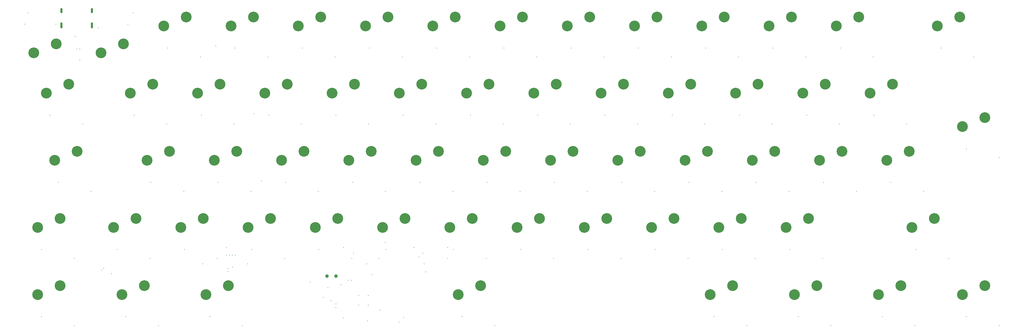
<source format=gbr>
%TF.GenerationSoftware,KiCad,Pcbnew,8.0.3*%
%TF.CreationDate,2024-10-13T01:02:06+08:00*%
%TF.ProjectId,PH60_Rev3,50483630-5f52-4657-9633-2e6b69636164,rev?*%
%TF.SameCoordinates,Original*%
%TF.FileFunction,Plated,1,2,PTH,Mixed*%
%TF.FilePolarity,Positive*%
%FSLAX46Y46*%
G04 Gerber Fmt 4.6, Leading zero omitted, Abs format (unit mm)*
G04 Created by KiCad (PCBNEW 8.0.3) date 2024-10-13 01:02:06*
%MOMM*%
%LPD*%
G01*
G04 APERTURE LIST*
%TA.AperFunction,ComponentDrill*%
%ADD10C,0.200000*%
%TD*%
%TA.AperFunction,ViaDrill*%
%ADD11C,0.300000*%
%TD*%
G04 aperture for slot hole*
%TA.AperFunction,ComponentDrill*%
%ADD12C,0.600000*%
%TD*%
%TA.AperFunction,ComponentDrill*%
%ADD13C,1.000000*%
%TD*%
%TA.AperFunction,ComponentDrill*%
%ADD14C,3.050000*%
%TD*%
G04 APERTURE END LIST*
D10*
%TO.C,U3*%
X127550000Y-112050000D03*
X127550000Y-114750000D03*
X130250000Y-112050000D03*
X130250000Y-114750000D03*
%TD*%
D11*
X33020000Y-35070000D03*
X33875000Y-31850000D03*
X37756250Y-99000000D03*
X37756250Y-118050000D03*
X40137500Y-60900000D03*
X41825000Y-35075000D03*
X42518750Y-79950000D03*
X47041250Y-101500000D03*
X47041250Y-120550000D03*
X47299999Y-38575000D03*
X47700000Y-42075000D03*
X48550000Y-42075000D03*
X48577767Y-45244495D03*
X49422500Y-63400000D03*
X51803750Y-82450000D03*
X53825000Y-36075000D03*
X54774479Y-104875521D03*
X55375521Y-104274479D03*
X57502500Y-105850000D03*
X59187500Y-99000000D03*
X61568750Y-118050000D03*
X62230000Y-35070000D03*
X63710000Y-31850000D03*
X63950000Y-60900000D03*
X68472500Y-101500000D03*
X68712500Y-79950000D03*
X70853750Y-120550000D03*
X73235000Y-63400000D03*
X73475000Y-41850000D03*
X77997500Y-82450000D03*
X78237500Y-99000000D03*
X82760000Y-44350000D03*
X83000000Y-60900000D03*
X83325000Y-103075000D03*
X85381250Y-118050000D03*
X87075000Y-41250000D03*
X87522500Y-101500000D03*
X87762500Y-79950000D03*
X90174991Y-98400000D03*
X90174991Y-100600000D03*
X90575000Y-104400000D03*
X90575000Y-105250000D03*
X90974994Y-100600000D03*
X91774997Y-100600000D03*
X91825000Y-103999999D03*
X92285000Y-63400000D03*
X92525000Y-41850000D03*
X92575000Y-100600000D03*
X94666250Y-120550000D03*
X96099576Y-103075000D03*
X97047500Y-82450000D03*
X97287500Y-99000000D03*
X97870000Y-60500000D03*
X100075000Y-79550000D03*
X101810000Y-44350000D03*
X102050000Y-60900000D03*
X106572500Y-101500000D03*
X106812500Y-79950000D03*
X111335000Y-63400000D03*
X111575000Y-41850000D03*
X113837500Y-108230000D03*
X116097500Y-82450000D03*
X116337500Y-99000000D03*
X117607500Y-112600000D03*
X118837500Y-109835758D03*
X119705608Y-113600000D03*
X120860000Y-44350000D03*
X121100000Y-60900000D03*
X121131814Y-114400000D03*
X121131814Y-115400000D03*
X122587500Y-109000000D03*
X123121814Y-118360000D03*
X123212500Y-98400000D03*
X124607500Y-107750000D03*
X125567500Y-107750000D03*
X125622500Y-101500000D03*
X125862500Y-79950000D03*
X126100000Y-100000000D03*
X129825000Y-103075000D03*
X130107500Y-119250000D03*
X130385000Y-63400000D03*
X130625000Y-41850000D03*
X131325000Y-106115000D03*
X133325000Y-101500000D03*
X133587500Y-116210000D03*
X135075000Y-97075000D03*
X135147500Y-82450000D03*
X135387500Y-99000000D03*
X138987500Y-119600000D03*
X139910000Y-44350000D03*
X140150000Y-60900000D03*
X140247500Y-118340000D03*
X143192500Y-98400000D03*
X144672500Y-101075000D03*
X144912500Y-79950000D03*
X145800368Y-100001103D03*
X146075000Y-103075000D03*
X146575000Y-105320000D03*
X149435000Y-63400000D03*
X149675000Y-41850000D03*
X152752500Y-98400000D03*
X152752500Y-101500000D03*
X154197500Y-82450000D03*
X154437500Y-99000000D03*
X156818750Y-118050000D03*
X158960000Y-44350000D03*
X159200000Y-60900000D03*
X163722500Y-101500000D03*
X163962500Y-79950000D03*
X166103750Y-120550000D03*
X168485000Y-63400000D03*
X168725000Y-41850000D03*
X173247500Y-82450000D03*
X173487500Y-99000000D03*
X178010000Y-44350000D03*
X178250000Y-60900000D03*
X182772500Y-101500000D03*
X183012500Y-79950000D03*
X187535000Y-63400000D03*
X187775000Y-41850000D03*
X192297500Y-82450000D03*
X192537500Y-99000000D03*
X197060000Y-44350000D03*
X197300000Y-60900000D03*
X201822500Y-101500000D03*
X202062500Y-79950000D03*
X206585000Y-63400000D03*
X206825000Y-41850000D03*
X211347500Y-82450000D03*
X211587500Y-99000000D03*
X216110000Y-44350000D03*
X216350000Y-60900000D03*
X220872500Y-101500000D03*
X221112500Y-79950000D03*
X225635000Y-63400000D03*
X225875000Y-41850000D03*
X228256250Y-118050000D03*
X230397500Y-82450000D03*
X230637500Y-99000000D03*
X235160000Y-44350000D03*
X235400000Y-60900000D03*
X237541250Y-120550000D03*
X239922500Y-101500000D03*
X240162500Y-79950000D03*
X244685000Y-63400000D03*
X244925000Y-41850000D03*
X249447500Y-82450000D03*
X249687500Y-99000000D03*
X252068750Y-118050000D03*
X254210000Y-44350000D03*
X254450000Y-60900000D03*
X258972500Y-101500000D03*
X259212500Y-79950000D03*
X261353750Y-120550000D03*
X263735000Y-63400000D03*
X263975000Y-41850000D03*
X268497500Y-82450000D03*
X273260000Y-44350000D03*
X273500000Y-60900000D03*
X275881250Y-118050000D03*
X278262500Y-79950000D03*
X282785000Y-63400000D03*
X285166250Y-120550000D03*
X285406250Y-99000000D03*
X287547500Y-82450000D03*
X292550000Y-41850000D03*
X294691250Y-101500000D03*
X299693750Y-70425000D03*
X299693750Y-118050000D03*
X301835000Y-44350000D03*
X308978750Y-72925000D03*
X308978750Y-120550000D03*
D12*
%TO.C,J1*%
X43305000Y-31575000D02*
X43305000Y-30775000D01*
X43305000Y-35905000D02*
X43305000Y-34805000D01*
X51945000Y-31575000D02*
X51945000Y-30775000D01*
X51945000Y-35905000D02*
X51945000Y-34805000D01*
D13*
%TO.C,J2*%
X118547500Y-106500000D03*
X121087500Y-106500000D03*
D14*
%TO.C,S1*%
X35560000Y-43180000D03*
%TO.C,S42*%
X36671250Y-92710000D03*
%TO.C,S55*%
X36671250Y-111760000D03*
%TO.C,S15*%
X39052500Y-54610000D03*
%TO.C,S29*%
X41433750Y-73660000D03*
%TO.C,S1*%
X41910000Y-40640000D03*
%TO.C,S42*%
X43021250Y-90170000D03*
%TO.C,S55*%
X43021250Y-109220000D03*
%TO.C,S15*%
X45402500Y-52070000D03*
%TO.C,S29*%
X47783750Y-71120000D03*
%TO.C,S2*%
X54610000Y-43180000D03*
%TO.C,S43*%
X58102500Y-92710000D03*
%TO.C,S56*%
X60483750Y-111760000D03*
%TO.C,S2*%
X60960000Y-40640000D03*
%TO.C,S16*%
X62865000Y-54610000D03*
%TO.C,S43*%
X64452500Y-90170000D03*
%TO.C,S56*%
X66833750Y-109220000D03*
%TO.C,S30*%
X67627500Y-73660000D03*
%TO.C,S16*%
X69215000Y-52070000D03*
%TO.C,S3*%
X72390000Y-35560000D03*
%TO.C,S30*%
X73977500Y-71120000D03*
%TO.C,S44*%
X77152500Y-92710000D03*
%TO.C,S3*%
X78740000Y-33020000D03*
%TO.C,S17*%
X81915000Y-54610000D03*
%TO.C,S44*%
X83502500Y-90170000D03*
%TO.C,S57*%
X84296250Y-111760000D03*
%TO.C,S31*%
X86677500Y-73660000D03*
%TO.C,S17*%
X88265000Y-52070000D03*
%TO.C,S57*%
X90646250Y-109220000D03*
%TO.C,S4*%
X91440000Y-35560000D03*
%TO.C,S31*%
X93027500Y-71120000D03*
%TO.C,S45*%
X96202500Y-92710000D03*
%TO.C,S4*%
X97790000Y-33020000D03*
%TO.C,S18*%
X100965000Y-54610000D03*
%TO.C,S45*%
X102552500Y-90170000D03*
%TO.C,S32*%
X105727500Y-73660000D03*
%TO.C,S18*%
X107315000Y-52070000D03*
%TO.C,S5*%
X110490000Y-35560000D03*
%TO.C,S32*%
X112077500Y-71120000D03*
%TO.C,S46*%
X115252500Y-92710000D03*
%TO.C,S5*%
X116840000Y-33020000D03*
%TO.C,S19*%
X120015000Y-54610000D03*
%TO.C,S46*%
X121602500Y-90170000D03*
%TO.C,S33*%
X124777500Y-73660000D03*
%TO.C,S19*%
X126365000Y-52070000D03*
%TO.C,S6*%
X129540000Y-35560000D03*
%TO.C,S33*%
X131127500Y-71120000D03*
%TO.C,S47*%
X134302500Y-92710000D03*
%TO.C,S6*%
X135890000Y-33020000D03*
%TO.C,S20*%
X139065000Y-54610000D03*
%TO.C,S47*%
X140652500Y-90170000D03*
%TO.C,S34*%
X143827500Y-73660000D03*
%TO.C,S20*%
X145415000Y-52070000D03*
%TO.C,S7*%
X148590000Y-35560000D03*
%TO.C,S34*%
X150177500Y-71120000D03*
%TO.C,S48*%
X153352500Y-92710000D03*
%TO.C,S7*%
X154940000Y-33020000D03*
%TO.C,S58*%
X155733750Y-111760000D03*
%TO.C,S21*%
X158115000Y-54610000D03*
%TO.C,S48*%
X159702500Y-90170000D03*
%TO.C,S58*%
X162083750Y-109220000D03*
%TO.C,S35*%
X162877500Y-73660000D03*
%TO.C,S21*%
X164465000Y-52070000D03*
%TO.C,S8*%
X167640000Y-35560000D03*
%TO.C,S35*%
X169227500Y-71120000D03*
%TO.C,S49*%
X172402500Y-92710000D03*
%TO.C,S8*%
X173990000Y-33020000D03*
%TO.C,S22*%
X177165000Y-54610000D03*
%TO.C,S49*%
X178752500Y-90170000D03*
%TO.C,S36*%
X181927500Y-73660000D03*
%TO.C,S22*%
X183515000Y-52070000D03*
%TO.C,S9*%
X186690000Y-35560000D03*
%TO.C,S36*%
X188277500Y-71120000D03*
%TO.C,S50*%
X191452500Y-92710000D03*
%TO.C,S9*%
X193040000Y-33020000D03*
%TO.C,S23*%
X196215000Y-54610000D03*
%TO.C,S50*%
X197802500Y-90170000D03*
%TO.C,S37*%
X200977500Y-73660000D03*
%TO.C,S23*%
X202565000Y-52070000D03*
%TO.C,S10*%
X205740000Y-35560000D03*
%TO.C,S37*%
X207327500Y-71120000D03*
%TO.C,S51*%
X210502500Y-92710000D03*
%TO.C,S10*%
X212090000Y-33020000D03*
%TO.C,S24*%
X215265000Y-54610000D03*
%TO.C,S51*%
X216852500Y-90170000D03*
%TO.C,S38*%
X220027500Y-73660000D03*
%TO.C,S24*%
X221615000Y-52070000D03*
%TO.C,S11*%
X224790000Y-35560000D03*
%TO.C,S38*%
X226377500Y-71120000D03*
%TO.C,S59*%
X227171250Y-111760000D03*
%TO.C,S52*%
X229552500Y-92710000D03*
%TO.C,S11*%
X231140000Y-33020000D03*
%TO.C,S59*%
X233521250Y-109220000D03*
%TO.C,S25*%
X234315000Y-54610000D03*
%TO.C,S52*%
X235902500Y-90170000D03*
%TO.C,S39*%
X239077500Y-73660000D03*
%TO.C,S25*%
X240665000Y-52070000D03*
%TO.C,S12*%
X243840000Y-35560000D03*
%TO.C,S39*%
X245427500Y-71120000D03*
%TO.C,S53*%
X248602500Y-92710000D03*
%TO.C,S12*%
X250190000Y-33020000D03*
%TO.C,S60*%
X250983750Y-111760000D03*
%TO.C,S26*%
X253365000Y-54610000D03*
%TO.C,S53*%
X254952500Y-90170000D03*
%TO.C,S60*%
X257333750Y-109220000D03*
%TO.C,S40*%
X258127500Y-73660000D03*
%TO.C,S26*%
X259715000Y-52070000D03*
%TO.C,S13*%
X262890000Y-35560000D03*
%TO.C,S40*%
X264477500Y-71120000D03*
%TO.C,S13*%
X269240000Y-33020000D03*
%TO.C,S27*%
X272415000Y-54610000D03*
%TO.C,S61*%
X274796250Y-111760000D03*
%TO.C,S41*%
X277177500Y-73660000D03*
%TO.C,S27*%
X278765000Y-52070000D03*
%TO.C,S61*%
X281146250Y-109220000D03*
%TO.C,S41*%
X283527500Y-71120000D03*
%TO.C,S54*%
X284321250Y-92710000D03*
X290671250Y-90170000D03*
%TO.C,S14*%
X291465000Y-35560000D03*
X297815000Y-33020000D03*
%TO.C,S28*%
X298608750Y-64135000D03*
%TO.C,S62*%
X298608750Y-111760000D03*
%TO.C,S28*%
X304958750Y-61595000D03*
%TO.C,S62*%
X304958750Y-109220000D03*
M02*

</source>
